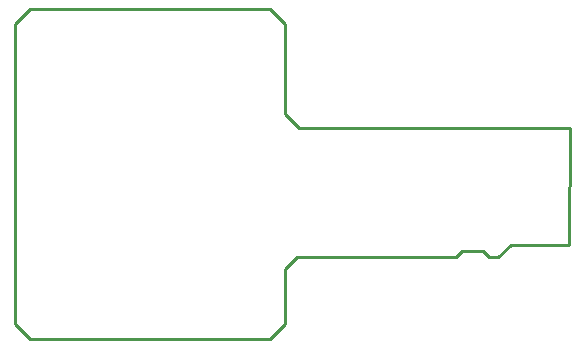
<source format=gbr>
%TF.GenerationSoftware,KiCad,Pcbnew,7.0.9*%
%TF.CreationDate,2023-12-03T04:53:17-05:00*%
%TF.ProjectId,SparkFun_MicroSD_Sniffer_v10,53706172-6b46-4756-9e5f-4d6963726f53,rev?*%
%TF.SameCoordinates,Original*%
%TF.FileFunction,Profile,NP*%
%FSLAX46Y46*%
G04 Gerber Fmt 4.6, Leading zero omitted, Abs format (unit mm)*
G04 Created by KiCad (PCBNEW 7.0.9) date 2023-12-03 04:53:17*
%MOMM*%
%LPD*%
G01*
G04 APERTURE LIST*
%TA.AperFunction,Profile*%
%ADD10C,0.254000*%
%TD*%
G04 APERTURE END LIST*
D10*
X164630100Y-111480600D02*
X162852100Y-111480600D01*
X125006100Y-117703600D02*
X125006100Y-92303600D01*
X147866100Y-92303600D02*
X147866100Y-99923600D01*
X166930000Y-110960000D02*
X165900100Y-111988600D01*
X126276100Y-118973600D02*
X125006100Y-117703600D01*
X146596100Y-118973600D02*
X147866100Y-117703600D01*
X171996100Y-101066600D02*
X149009100Y-101066600D01*
X165138100Y-111988600D02*
X164630100Y-111480600D01*
X146596100Y-91033600D02*
X147866100Y-92303600D01*
X162344100Y-111988600D02*
X148882100Y-111988600D01*
X126276100Y-91033600D02*
X146596100Y-91033600D01*
X147866100Y-117703600D02*
X147866100Y-113004600D01*
X162852100Y-111480600D02*
X162344100Y-111988600D01*
X147866100Y-113004600D02*
X148882100Y-111988600D01*
X171869100Y-110972600D02*
X166930000Y-110960000D01*
X147866100Y-99923600D02*
X149009100Y-101066600D01*
X126276100Y-118973600D02*
X146596100Y-118973600D01*
X171996100Y-101066600D02*
X171869100Y-110972600D01*
X165900100Y-111988600D02*
X165138100Y-111988600D01*
X125006100Y-92303600D02*
X126276100Y-91033600D01*
M02*

</source>
